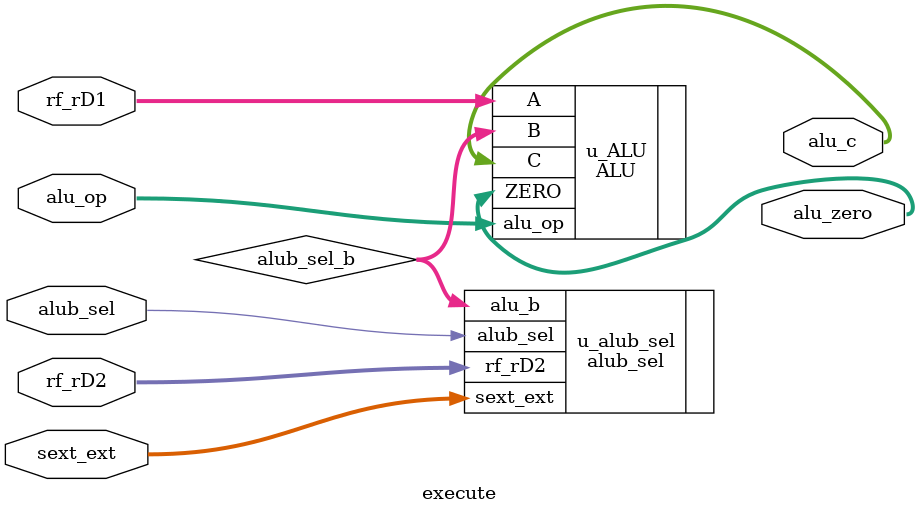
<source format=v>
module execute(
    input alub_sel,
    input [31:0] rf_rD2,
    input [31:0] sext_ext,
    input [3:0] alu_op,    
    input [31:0] rf_rD1,
    output [1:0] alu_zero,
    output [31:0] alu_c
    );
    wire [31:0] alub_sel_b;
    alub_sel u_alub_sel(
        .alub_sel   (alub_sel),
        .rf_rD2     (rf_rD2),
        .sext_ext   (sext_ext),
        .alu_b      (alub_sel_b)
    );
    ALU u_ALU(
        .alu_op     (alu_op),
        .A          (rf_rD1),
        .B          (alub_sel_b),
        .ZERO       (alu_zero),
        .C          (alu_c)
    );
endmodule

</source>
